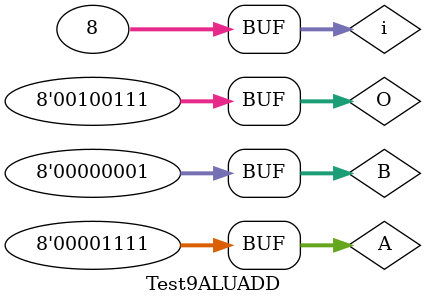
<source format=v>
`timescale 1ns / 1ps


module Test9ALUADD;

	// Inputs
	reg [7:0] A;
	reg [7:0] B;
	reg [7:0] O;

	// Outputs
	wire [7:0] Z;
	integer i;

	// Instantiate the Unit Under Test (UUT)
	ALU uut (
		.A(A), 
		.B(B), 
		.O(O), 
		.Z(Z)
	);

	initial begin
		// Initialize Inputs
		A = 8'b00001111;
		B = 8'b00000001;
		O = 8'b00011111;
		for(i=0;i<8;i=i+1)
		begin
		O= O + 8'b00000001;
		#10;
		end
	end
      
endmodule


</source>
